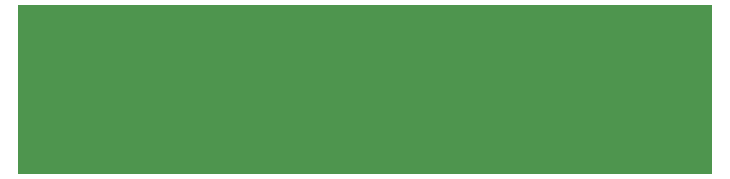
<source format=gbr>
G04 DipTrace 2.2.0.9*
%INBoard.gbr*%
%MOMM*%
%ADD11C,0.14*%
%FSLAX53Y53*%
%SFA1B1*%
%OFA0B0*%
G04*
G71*
G90*
G75*
G01*
%LNBoardPoly*%
%LPD*%
G36*
X10008Y24297D2*
D11*
Y10008D1*
X68751D1*
Y24297D1*
X10008D1*
G37*
M02*

</source>
